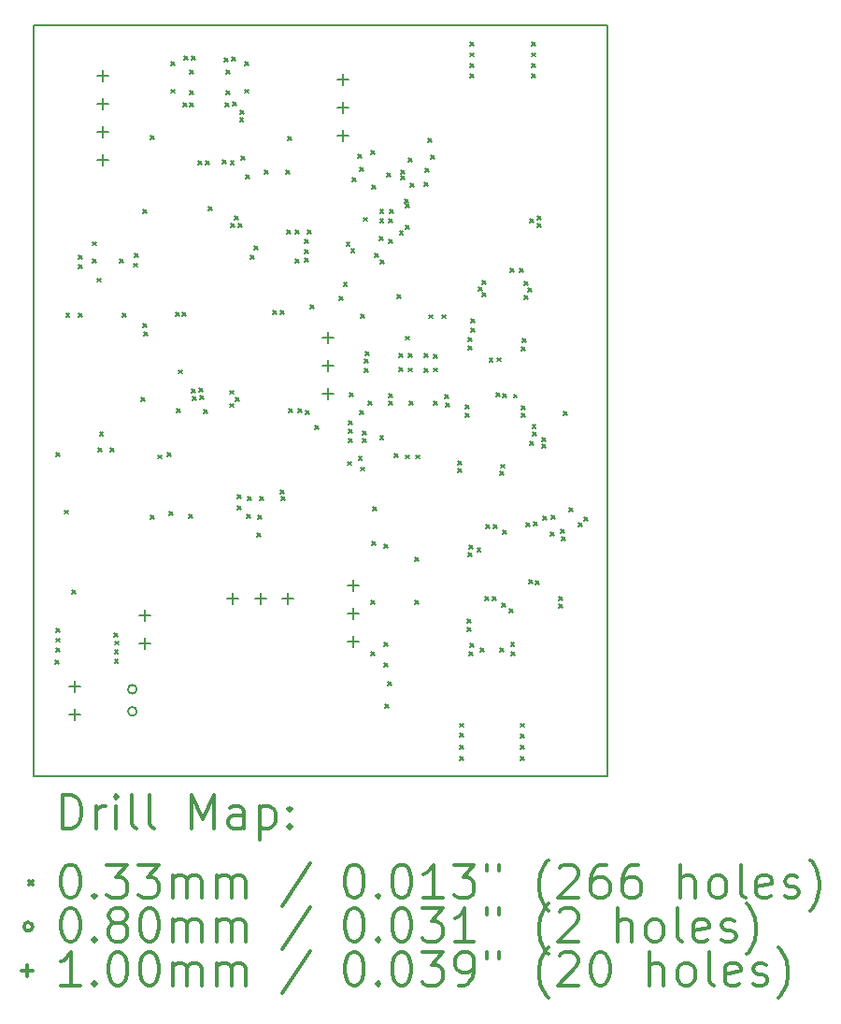
<source format=gbr>
%FSLAX45Y45*%
G04 Gerber Fmt 4.5, Leading zero omitted, Abs format (unit mm)*
G04 Created by KiCad (PCBNEW 4.0.7) date Mon Apr 16 16:01:51 2018*
%MOMM*%
%LPD*%
G01*
G04 APERTURE LIST*
%ADD10C,0.127000*%
%ADD11C,0.150000*%
%ADD12C,0.200000*%
%ADD13C,0.300000*%
G04 APERTURE END LIST*
D10*
D11*
X10000000Y-16800000D02*
X10000000Y-10000000D01*
X15200000Y-16800000D02*
X10000000Y-16800000D01*
X15200000Y-10000000D02*
X15200000Y-16800000D01*
X10000000Y-10000000D02*
X15200000Y-10000000D01*
D12*
X10198490Y-15748490D02*
X10231510Y-15781510D01*
X10231510Y-15748490D02*
X10198490Y-15781510D01*
X10203490Y-15463490D02*
X10236510Y-15496510D01*
X10236510Y-15463490D02*
X10203490Y-15496510D01*
X10203490Y-15553490D02*
X10236510Y-15586510D01*
X10236510Y-15553490D02*
X10203490Y-15586510D01*
X10203490Y-15643490D02*
X10236510Y-15676510D01*
X10236510Y-15643490D02*
X10203490Y-15676510D01*
X10207541Y-13873490D02*
X10240561Y-13906510D01*
X10240561Y-13873490D02*
X10207541Y-13906510D01*
X10278490Y-14393490D02*
X10311510Y-14426510D01*
X10311510Y-14393490D02*
X10278490Y-14426510D01*
X10293490Y-12608490D02*
X10326510Y-12641510D01*
X10326510Y-12608490D02*
X10293490Y-12641510D01*
X10348490Y-15113490D02*
X10381510Y-15146510D01*
X10381510Y-15113490D02*
X10348490Y-15146510D01*
X10408490Y-12083490D02*
X10441510Y-12116510D01*
X10441510Y-12083490D02*
X10408490Y-12116510D01*
X10408490Y-12173490D02*
X10441510Y-12206510D01*
X10441510Y-12173490D02*
X10408490Y-12206510D01*
X10408490Y-12608490D02*
X10441510Y-12641510D01*
X10441510Y-12608490D02*
X10408490Y-12641510D01*
X10533490Y-11963490D02*
X10566510Y-11996510D01*
X10566510Y-11963490D02*
X10533490Y-11996510D01*
X10533490Y-12123490D02*
X10566510Y-12156510D01*
X10566510Y-12123490D02*
X10533490Y-12156510D01*
X10573490Y-12293490D02*
X10606510Y-12326510D01*
X10606510Y-12293490D02*
X10573490Y-12326510D01*
X10584180Y-13832840D02*
X10617200Y-13865860D01*
X10617200Y-13832840D02*
X10584180Y-13865860D01*
X10598150Y-13689330D02*
X10631170Y-13722350D01*
X10631170Y-13689330D02*
X10598150Y-13722350D01*
X10695274Y-13831706D02*
X10728294Y-13864726D01*
X10728294Y-13831706D02*
X10695274Y-13864726D01*
X10728490Y-15508490D02*
X10761510Y-15541510D01*
X10761510Y-15508490D02*
X10728490Y-15541510D01*
X10733490Y-15658490D02*
X10766510Y-15691510D01*
X10766510Y-15658490D02*
X10733490Y-15691510D01*
X10733490Y-15743490D02*
X10766510Y-15776510D01*
X10766510Y-15743490D02*
X10733490Y-15776510D01*
X10738490Y-15578490D02*
X10771510Y-15611510D01*
X10771510Y-15578490D02*
X10738490Y-15611510D01*
X10783490Y-12123490D02*
X10816510Y-12156510D01*
X10816510Y-12123490D02*
X10783490Y-12156510D01*
X10804490Y-12608490D02*
X10837510Y-12641510D01*
X10837510Y-12608490D02*
X10804490Y-12641510D01*
X10908490Y-12158490D02*
X10941510Y-12191510D01*
X10941510Y-12158490D02*
X10908490Y-12191510D01*
X10913490Y-12068490D02*
X10946510Y-12101510D01*
X10946510Y-12068490D02*
X10913490Y-12101510D01*
X10972799Y-13373490D02*
X11005819Y-13406510D01*
X11005819Y-13373490D02*
X10972799Y-13406510D01*
X10993490Y-11668490D02*
X11026510Y-11701510D01*
X11026510Y-11668490D02*
X10993490Y-11701510D01*
X10993490Y-12703490D02*
X11026510Y-12736510D01*
X11026510Y-12703490D02*
X10993490Y-12736510D01*
X11003490Y-12783490D02*
X11036510Y-12816510D01*
X11036510Y-12783490D02*
X11003490Y-12816510D01*
X11058490Y-11003490D02*
X11091510Y-11036510D01*
X11091510Y-11003490D02*
X11058490Y-11036510D01*
X11058490Y-14443490D02*
X11091510Y-14476510D01*
X11091510Y-14443490D02*
X11058490Y-14476510D01*
X11127172Y-13893820D02*
X11160192Y-13926840D01*
X11160192Y-13893820D02*
X11127172Y-13926840D01*
X11208490Y-13873490D02*
X11241510Y-13906510D01*
X11241510Y-13873490D02*
X11208490Y-13906510D01*
X11229909Y-14402954D02*
X11262929Y-14435974D01*
X11262929Y-14402954D02*
X11229909Y-14435974D01*
X11248490Y-10333490D02*
X11281510Y-10366510D01*
X11281510Y-10333490D02*
X11248490Y-10366510D01*
X11248490Y-10583490D02*
X11281510Y-10616510D01*
X11281510Y-10583490D02*
X11248490Y-10616510D01*
X11288490Y-12603490D02*
X11321510Y-12636510D01*
X11321510Y-12603490D02*
X11288490Y-12636510D01*
X11293490Y-13473490D02*
X11326510Y-13506510D01*
X11326510Y-13473490D02*
X11293490Y-13506510D01*
X11313490Y-13123490D02*
X11346510Y-13156510D01*
X11346510Y-13123490D02*
X11313490Y-13156510D01*
X11348490Y-12603490D02*
X11381510Y-12636510D01*
X11381510Y-12603490D02*
X11348490Y-12636510D01*
X11353490Y-10703490D02*
X11386510Y-10736510D01*
X11386510Y-10703490D02*
X11353490Y-10736510D01*
X11363490Y-10283490D02*
X11396510Y-10316510D01*
X11396510Y-10283490D02*
X11363490Y-10316510D01*
X11403490Y-14433490D02*
X11436510Y-14466510D01*
X11436510Y-14433490D02*
X11403490Y-14466510D01*
X11418490Y-10408490D02*
X11451510Y-10441510D01*
X11451510Y-10408490D02*
X11418490Y-10441510D01*
X11418490Y-10598490D02*
X11451510Y-10631510D01*
X11451510Y-10598490D02*
X11418490Y-10631510D01*
X11418490Y-10703490D02*
X11451510Y-10736510D01*
X11451510Y-10703490D02*
X11418490Y-10736510D01*
X11429082Y-10285626D02*
X11462102Y-10318646D01*
X11462102Y-10285626D02*
X11429082Y-10318646D01*
X11433490Y-13293490D02*
X11466510Y-13326510D01*
X11466510Y-13293490D02*
X11433490Y-13326510D01*
X11438490Y-13363490D02*
X11471510Y-13396510D01*
X11471510Y-13363490D02*
X11438490Y-13396510D01*
X11488490Y-11233490D02*
X11521510Y-11266510D01*
X11521510Y-11233490D02*
X11488490Y-11266510D01*
X11503490Y-13288490D02*
X11536510Y-13321510D01*
X11536510Y-13288490D02*
X11503490Y-13321510D01*
X11508490Y-13358490D02*
X11541510Y-13391510D01*
X11541510Y-13358490D02*
X11508490Y-13391510D01*
X11543490Y-13483490D02*
X11576510Y-13516510D01*
X11576510Y-13483490D02*
X11543490Y-13516510D01*
X11558490Y-11228490D02*
X11591510Y-11261510D01*
X11591510Y-11228490D02*
X11558490Y-11261510D01*
X11583490Y-11648490D02*
X11616510Y-11681510D01*
X11616510Y-11648490D02*
X11583490Y-11681510D01*
X11708490Y-11223490D02*
X11741510Y-11256510D01*
X11741510Y-11223490D02*
X11708490Y-11256510D01*
X11729262Y-10297956D02*
X11762282Y-10330976D01*
X11762282Y-10297956D02*
X11729262Y-10330976D01*
X11740281Y-10703715D02*
X11773301Y-10736735D01*
X11773301Y-10703715D02*
X11740281Y-10736735D01*
X11743490Y-10408490D02*
X11776510Y-10441510D01*
X11776510Y-10408490D02*
X11743490Y-10441510D01*
X11743490Y-10598490D02*
X11776510Y-10631510D01*
X11776510Y-10598490D02*
X11743490Y-10631510D01*
X11778490Y-13309690D02*
X11811510Y-13342710D01*
X11811510Y-13309690D02*
X11778490Y-13342710D01*
X11778490Y-13428490D02*
X11811510Y-13461510D01*
X11811510Y-13428490D02*
X11778490Y-13461510D01*
X11783490Y-11228490D02*
X11816510Y-11261510D01*
X11816510Y-11228490D02*
X11783490Y-11261510D01*
X11788490Y-11798490D02*
X11821510Y-11831510D01*
X11821510Y-11798490D02*
X11788490Y-11831510D01*
X11798490Y-10293490D02*
X11831510Y-10326510D01*
X11831510Y-10293490D02*
X11798490Y-10326510D01*
X11803490Y-10693960D02*
X11836510Y-10726980D01*
X11836510Y-10693960D02*
X11803490Y-10726980D01*
X11818490Y-11728490D02*
X11851510Y-11761510D01*
X11851510Y-11728490D02*
X11818490Y-11761510D01*
X11828490Y-13373490D02*
X11861510Y-13406510D01*
X11861510Y-13373490D02*
X11828490Y-13406510D01*
X11848490Y-14253490D02*
X11881510Y-14286510D01*
X11881510Y-14253490D02*
X11848490Y-14286510D01*
X11848490Y-14358490D02*
X11881510Y-14391510D01*
X11881510Y-14358490D02*
X11848490Y-14391510D01*
X11858490Y-11798490D02*
X11891510Y-11831510D01*
X11891510Y-11798490D02*
X11858490Y-11831510D01*
X11868490Y-10838490D02*
X11901510Y-10871510D01*
X11901510Y-10838490D02*
X11868490Y-10871510D01*
X11873162Y-10776244D02*
X11906182Y-10809264D01*
X11906182Y-10776244D02*
X11873162Y-10809264D01*
X11883490Y-11188490D02*
X11916510Y-11221510D01*
X11916510Y-11188490D02*
X11883490Y-11221510D01*
X11913490Y-10333490D02*
X11946510Y-10366510D01*
X11946510Y-10333490D02*
X11913490Y-10366510D01*
X11913490Y-10583490D02*
X11946510Y-10616510D01*
X11946510Y-10583490D02*
X11913490Y-10616510D01*
X11923490Y-11358490D02*
X11956510Y-11391510D01*
X11956510Y-11358490D02*
X11923490Y-11391510D01*
X11928490Y-14433490D02*
X11961510Y-14466510D01*
X11961510Y-14433490D02*
X11928490Y-14466510D01*
X11943490Y-14268490D02*
X11976510Y-14301510D01*
X11976510Y-14268490D02*
X11943490Y-14301510D01*
X11968490Y-12083490D02*
X12001510Y-12116510D01*
X12001510Y-12083490D02*
X11968490Y-12116510D01*
X11998490Y-12003490D02*
X12031510Y-12036510D01*
X12031510Y-12003490D02*
X11998490Y-12036510D01*
X12028490Y-14603490D02*
X12061510Y-14636510D01*
X12061510Y-14603490D02*
X12028490Y-14636510D01*
X12033490Y-14443490D02*
X12066510Y-14476510D01*
X12066510Y-14443490D02*
X12033490Y-14476510D01*
X12053490Y-14268490D02*
X12086510Y-14301510D01*
X12086510Y-14268490D02*
X12053490Y-14301510D01*
X12093490Y-11313490D02*
X12126510Y-11346510D01*
X12126510Y-11313490D02*
X12093490Y-11346510D01*
X12168490Y-12583490D02*
X12201510Y-12616510D01*
X12201510Y-12583490D02*
X12168490Y-12616510D01*
X12233490Y-14208490D02*
X12266510Y-14241510D01*
X12266510Y-14208490D02*
X12233490Y-14241510D01*
X12238490Y-12585520D02*
X12271510Y-12618540D01*
X12271510Y-12585520D02*
X12238490Y-12618540D01*
X12243490Y-14268490D02*
X12276510Y-14301510D01*
X12276510Y-14268490D02*
X12243490Y-14301510D01*
X12288490Y-11313490D02*
X12321510Y-11346510D01*
X12321510Y-11313490D02*
X12288490Y-11346510D01*
X12298490Y-11858490D02*
X12331510Y-11891510D01*
X12331510Y-11858490D02*
X12298490Y-11891510D01*
X12303490Y-11008490D02*
X12336510Y-11041510D01*
X12336510Y-11008490D02*
X12303490Y-11041510D01*
X12313490Y-13473490D02*
X12346510Y-13506510D01*
X12346510Y-13473490D02*
X12313490Y-13506510D01*
X12368490Y-11858490D02*
X12401510Y-11891510D01*
X12401510Y-11858490D02*
X12368490Y-11891510D01*
X12368490Y-12123490D02*
X12401510Y-12156510D01*
X12401510Y-12123490D02*
X12368490Y-12156510D01*
X12393490Y-13478490D02*
X12426510Y-13511510D01*
X12426510Y-13478490D02*
X12393490Y-13511510D01*
X12453490Y-11938490D02*
X12486510Y-11971510D01*
X12486510Y-11938490D02*
X12453490Y-11971510D01*
X12453490Y-12038490D02*
X12486510Y-12071510D01*
X12486510Y-12038490D02*
X12453490Y-12071510D01*
X12455088Y-12110077D02*
X12488108Y-12143097D01*
X12488108Y-12110077D02*
X12455088Y-12143097D01*
X12468490Y-13488490D02*
X12501510Y-13521510D01*
X12501510Y-13488490D02*
X12468490Y-13521510D01*
X12478490Y-11858490D02*
X12511510Y-11891510D01*
X12511510Y-11858490D02*
X12478490Y-11891510D01*
X12508490Y-12538490D02*
X12541510Y-12571510D01*
X12541510Y-12538490D02*
X12508490Y-12571510D01*
X12548020Y-13623490D02*
X12581040Y-13656510D01*
X12581040Y-13623490D02*
X12548020Y-13656510D01*
X12768490Y-12458490D02*
X12801510Y-12491510D01*
X12801510Y-12458490D02*
X12768490Y-12491510D01*
X12807950Y-12329160D02*
X12840970Y-12362180D01*
X12840970Y-12329160D02*
X12807950Y-12362180D01*
X12833350Y-11969750D02*
X12866370Y-12002770D01*
X12866370Y-11969750D02*
X12833350Y-12002770D01*
X12843490Y-13953490D02*
X12876510Y-13986510D01*
X12876510Y-13953490D02*
X12843490Y-13986510D01*
X12853490Y-13663490D02*
X12886510Y-13696510D01*
X12886510Y-13663490D02*
X12853490Y-13696510D01*
X12853490Y-13743490D02*
X12886510Y-13776510D01*
X12886510Y-13743490D02*
X12853490Y-13776510D01*
X12857954Y-13587954D02*
X12890974Y-13620974D01*
X12890974Y-13587954D02*
X12857954Y-13620974D01*
X12861537Y-13329183D02*
X12894557Y-13362203D01*
X12894557Y-13329183D02*
X12861537Y-13362203D01*
X12875260Y-12026900D02*
X12908280Y-12059920D01*
X12908280Y-12026900D02*
X12875260Y-12059920D01*
X12888490Y-11383490D02*
X12921510Y-11416510D01*
X12921510Y-11383490D02*
X12888490Y-11416510D01*
X12938490Y-11168490D02*
X12971510Y-11201510D01*
X12971510Y-11168490D02*
X12938490Y-11201510D01*
X12943490Y-13903490D02*
X12976510Y-13936510D01*
X12976510Y-13903490D02*
X12943490Y-13936510D01*
X12953490Y-11293490D02*
X12986510Y-11326510D01*
X12986510Y-11293490D02*
X12953490Y-11326510D01*
X12955454Y-13490454D02*
X12988474Y-13523474D01*
X12988474Y-13490454D02*
X12955454Y-13523474D01*
X12963490Y-12618490D02*
X12996510Y-12651510D01*
X12996510Y-12618490D02*
X12963490Y-12651510D01*
X12963490Y-14003490D02*
X12996510Y-14036510D01*
X12996510Y-14003490D02*
X12963490Y-14036510D01*
X12983490Y-13678490D02*
X13016510Y-13711510D01*
X13016510Y-13678490D02*
X12983490Y-13711510D01*
X12983490Y-13748490D02*
X13016510Y-13781510D01*
X13016510Y-13748490D02*
X12983490Y-13781510D01*
X12990210Y-11743690D02*
X13023230Y-11776710D01*
X13023230Y-11743690D02*
X12990210Y-11776710D01*
X12998490Y-13028490D02*
X13031510Y-13061510D01*
X13031510Y-13028490D02*
X12998490Y-13061510D01*
X12998490Y-13113490D02*
X13031510Y-13146510D01*
X13031510Y-13113490D02*
X12998490Y-13146510D01*
X13008490Y-12958490D02*
X13041510Y-12991510D01*
X13041510Y-12958490D02*
X13008490Y-12991510D01*
X13028490Y-13408490D02*
X13061510Y-13441510D01*
X13061510Y-13408490D02*
X13028490Y-13441510D01*
X13058490Y-15208490D02*
X13091510Y-15241510D01*
X13091510Y-15208490D02*
X13058490Y-15241510D01*
X13058490Y-15678490D02*
X13091510Y-15711510D01*
X13091510Y-15678490D02*
X13058490Y-15711510D01*
X13060096Y-11138702D02*
X13093116Y-11171722D01*
X13093116Y-11138702D02*
X13060096Y-11171722D01*
X13062470Y-11449129D02*
X13095490Y-11482149D01*
X13095490Y-11449129D02*
X13062470Y-11482149D01*
X13063490Y-14673490D02*
X13096510Y-14706510D01*
X13096510Y-14673490D02*
X13063490Y-14706510D01*
X13073490Y-14363490D02*
X13106510Y-14396510D01*
X13106510Y-14363490D02*
X13073490Y-14396510D01*
X13093700Y-12071350D02*
X13126720Y-12104370D01*
X13126720Y-12071350D02*
X13093700Y-12104370D01*
X13133490Y-11918490D02*
X13166510Y-11951510D01*
X13166510Y-11918490D02*
X13133490Y-11951510D01*
X13138490Y-11673490D02*
X13171510Y-11706510D01*
X13171510Y-11673490D02*
X13138490Y-11706510D01*
X13138490Y-11758490D02*
X13171510Y-11791510D01*
X13171510Y-11758490D02*
X13138490Y-11791510D01*
X13138490Y-13723490D02*
X13171510Y-13756510D01*
X13171510Y-13723490D02*
X13138490Y-13756510D01*
X13145770Y-12125960D02*
X13178790Y-12158980D01*
X13178790Y-12125960D02*
X13145770Y-12158980D01*
X13177490Y-15588490D02*
X13210510Y-15621510D01*
X13210510Y-15588490D02*
X13177490Y-15621510D01*
X13177490Y-15778490D02*
X13210510Y-15811510D01*
X13210510Y-15778490D02*
X13177490Y-15811510D01*
X13178490Y-14703490D02*
X13211510Y-14736510D01*
X13211510Y-14703490D02*
X13178490Y-14736510D01*
X13183490Y-16153490D02*
X13216510Y-16186510D01*
X13216510Y-16153490D02*
X13183490Y-16186510D01*
X13203490Y-11343490D02*
X13236510Y-11376510D01*
X13236510Y-11343490D02*
X13203490Y-11376510D01*
X13213490Y-15943490D02*
X13246510Y-15976510D01*
X13246510Y-15943490D02*
X13213490Y-15976510D01*
X13217228Y-11938751D02*
X13250248Y-11971771D01*
X13250248Y-11938751D02*
X13217228Y-11971771D01*
X13218490Y-11758490D02*
X13251510Y-11791510D01*
X13251510Y-11758490D02*
X13218490Y-11791510D01*
X13218490Y-13338490D02*
X13251510Y-13371510D01*
X13251510Y-13338490D02*
X13218490Y-13371510D01*
X13218490Y-13408490D02*
X13251510Y-13441510D01*
X13251510Y-13408490D02*
X13218490Y-13441510D01*
X13223490Y-11673490D02*
X13256510Y-11706510D01*
X13256510Y-11673490D02*
X13223490Y-11706510D01*
X13268490Y-13883490D02*
X13301510Y-13916510D01*
X13301510Y-13883490D02*
X13268490Y-13916510D01*
X13298490Y-12443490D02*
X13331510Y-12476510D01*
X13331510Y-12443490D02*
X13298490Y-12476510D01*
X13309600Y-13103860D02*
X13342620Y-13136880D01*
X13342620Y-13103860D02*
X13309600Y-13136880D01*
X13314680Y-12978130D02*
X13347700Y-13011150D01*
X13347700Y-12978130D02*
X13314680Y-13011150D01*
X13315769Y-11863720D02*
X13348789Y-11896740D01*
X13348789Y-11863720D02*
X13315769Y-11896740D01*
X13328490Y-11318490D02*
X13361510Y-11351510D01*
X13361510Y-11318490D02*
X13328490Y-11351510D01*
X13328490Y-11368490D02*
X13361510Y-11401510D01*
X13361510Y-11368490D02*
X13328490Y-11401510D01*
X13364484Y-11579484D02*
X13397504Y-11612504D01*
X13397504Y-11579484D02*
X13364484Y-11612504D01*
X13368490Y-11813490D02*
X13401510Y-11846510D01*
X13401510Y-11813490D02*
X13368490Y-11846510D01*
X13368490Y-13893490D02*
X13401510Y-13926510D01*
X13401510Y-13893490D02*
X13368490Y-13926510D01*
X13373490Y-11623490D02*
X13406510Y-11656510D01*
X13406510Y-11623490D02*
X13373490Y-11656510D01*
X13373490Y-12818490D02*
X13406510Y-12851510D01*
X13406510Y-12818490D02*
X13373490Y-12851510D01*
X13393420Y-12978130D02*
X13426440Y-13011150D01*
X13426440Y-12978130D02*
X13393420Y-13011150D01*
X13393420Y-13106400D02*
X13426440Y-13139420D01*
X13426440Y-13106400D02*
X13393420Y-13139420D01*
X13395102Y-11206878D02*
X13428122Y-11239898D01*
X13428122Y-11206878D02*
X13395102Y-11239898D01*
X13403490Y-13408490D02*
X13436510Y-13441510D01*
X13436510Y-13408490D02*
X13403490Y-13441510D01*
X13411315Y-11435665D02*
X13444335Y-11468685D01*
X13444335Y-11435665D02*
X13411315Y-11468685D01*
X13458490Y-14818490D02*
X13491510Y-14851510D01*
X13491510Y-14818490D02*
X13458490Y-14851510D01*
X13458490Y-15208490D02*
X13491510Y-15241510D01*
X13491510Y-15208490D02*
X13458490Y-15241510D01*
X13463490Y-13893490D02*
X13496510Y-13926510D01*
X13496510Y-13893490D02*
X13463490Y-13926510D01*
X13538490Y-11428490D02*
X13571510Y-11461510D01*
X13571510Y-11428490D02*
X13538490Y-11461510D01*
X13540740Y-12978130D02*
X13573760Y-13011150D01*
X13573760Y-12978130D02*
X13540740Y-13011150D01*
X13540740Y-13108940D02*
X13573760Y-13141960D01*
X13573760Y-13108940D02*
X13540740Y-13141960D01*
X13545665Y-11301315D02*
X13578685Y-11334335D01*
X13578685Y-11301315D02*
X13545665Y-11334335D01*
X13571878Y-11030102D02*
X13604898Y-11063122D01*
X13604898Y-11030102D02*
X13571878Y-11063122D01*
X13583490Y-12623490D02*
X13616510Y-12656510D01*
X13616510Y-12623490D02*
X13583490Y-12656510D01*
X13598490Y-11178490D02*
X13631510Y-11211510D01*
X13631510Y-11178490D02*
X13598490Y-11211510D01*
X13623490Y-13408490D02*
X13656510Y-13441510D01*
X13656510Y-13408490D02*
X13623490Y-13441510D01*
X13624560Y-12980670D02*
X13657580Y-13013690D01*
X13657580Y-12980670D02*
X13624560Y-13013690D01*
X13624560Y-13106400D02*
X13657580Y-13139420D01*
X13657580Y-13106400D02*
X13624560Y-13139420D01*
X13703490Y-12623490D02*
X13736510Y-12656510D01*
X13736510Y-12623490D02*
X13703490Y-12656510D01*
X13728490Y-13348490D02*
X13761510Y-13381510D01*
X13761510Y-13348490D02*
X13728490Y-13381510D01*
X13733490Y-13423490D02*
X13766510Y-13456510D01*
X13766510Y-13423490D02*
X13733490Y-13456510D01*
X13848490Y-13948490D02*
X13881510Y-13981510D01*
X13881510Y-13948490D02*
X13848490Y-13981510D01*
X13848490Y-14013490D02*
X13881510Y-14046510D01*
X13881510Y-14013490D02*
X13848490Y-14046510D01*
X13861490Y-16413490D02*
X13894510Y-16446510D01*
X13894510Y-16413490D02*
X13861490Y-16446510D01*
X13863490Y-16323490D02*
X13896510Y-16356510D01*
X13896510Y-16323490D02*
X13863490Y-16356510D01*
X13863490Y-16523490D02*
X13896510Y-16556510D01*
X13896510Y-16523490D02*
X13863490Y-16556510D01*
X13863490Y-16623490D02*
X13896510Y-16656510D01*
X13896510Y-16623490D02*
X13863490Y-16656510D01*
X13915762Y-13443490D02*
X13948782Y-13476510D01*
X13948782Y-13443490D02*
X13915762Y-13476510D01*
X13915762Y-13513490D02*
X13948782Y-13546510D01*
X13948782Y-13513490D02*
X13915762Y-13546510D01*
X13928490Y-15383490D02*
X13961510Y-15416510D01*
X13961510Y-15383490D02*
X13928490Y-15416510D01*
X13928490Y-15453490D02*
X13961510Y-15486510D01*
X13961510Y-15453490D02*
X13928490Y-15486510D01*
X13935762Y-12833490D02*
X13968782Y-12866510D01*
X13968782Y-12833490D02*
X13935762Y-12866510D01*
X13935762Y-12908490D02*
X13968782Y-12941510D01*
X13968782Y-12908490D02*
X13935762Y-12941510D01*
X13938490Y-14778490D02*
X13971510Y-14811510D01*
X13971510Y-14778490D02*
X13938490Y-14811510D01*
X13943490Y-14713490D02*
X13976510Y-14746510D01*
X13976510Y-14713490D02*
X13943490Y-14746510D01*
X13943490Y-15678490D02*
X13976510Y-15711510D01*
X13976510Y-15678490D02*
X13943490Y-15711510D01*
X13953490Y-10153490D02*
X13986510Y-10186510D01*
X13986510Y-10153490D02*
X13953490Y-10186510D01*
X13953490Y-10353490D02*
X13986510Y-10386510D01*
X13986510Y-10353490D02*
X13953490Y-10386510D01*
X13953490Y-10443490D02*
X13986510Y-10476510D01*
X13986510Y-10443490D02*
X13953490Y-10476510D01*
X13953490Y-15603490D02*
X13986510Y-15636510D01*
X13986510Y-15603490D02*
X13953490Y-15636510D01*
X13956490Y-10253490D02*
X13989510Y-10286510D01*
X13989510Y-10253490D02*
X13956490Y-10286510D01*
X13963490Y-12658490D02*
X13996510Y-12691510D01*
X13996510Y-12658490D02*
X13963490Y-12691510D01*
X13964423Y-12747557D02*
X13997443Y-12780577D01*
X13997443Y-12747557D02*
X13964423Y-12780577D01*
X14018490Y-14738490D02*
X14051510Y-14771510D01*
X14051510Y-14738490D02*
X14018490Y-14771510D01*
X14033490Y-12373490D02*
X14066510Y-12406510D01*
X14066510Y-12373490D02*
X14033490Y-12406510D01*
X14048490Y-15638490D02*
X14081510Y-15671510D01*
X14081510Y-15638490D02*
X14048490Y-15671510D01*
X14068490Y-12428490D02*
X14101510Y-12461510D01*
X14101510Y-12428490D02*
X14068490Y-12461510D01*
X14068960Y-12318490D02*
X14101980Y-12351510D01*
X14101980Y-12318490D02*
X14068960Y-12351510D01*
X14093490Y-15178490D02*
X14126510Y-15211510D01*
X14126510Y-15178490D02*
X14093490Y-15211510D01*
X14098490Y-14523490D02*
X14131510Y-14556510D01*
X14131510Y-14523490D02*
X14098490Y-14556510D01*
X14128490Y-13018490D02*
X14161510Y-13051510D01*
X14161510Y-13018490D02*
X14128490Y-13051510D01*
X14158490Y-15178490D02*
X14191510Y-15211510D01*
X14191510Y-15178490D02*
X14158490Y-15211510D01*
X14168490Y-14523490D02*
X14201510Y-14556510D01*
X14201510Y-14523490D02*
X14168490Y-14556510D01*
X14188490Y-13333490D02*
X14221510Y-13366510D01*
X14221510Y-13333490D02*
X14188490Y-13366510D01*
X14203490Y-13013490D02*
X14236510Y-13046510D01*
X14236510Y-13013490D02*
X14203490Y-13046510D01*
X14228490Y-14043490D02*
X14261510Y-14076510D01*
X14261510Y-14043490D02*
X14228490Y-14076510D01*
X14228490Y-15638490D02*
X14261510Y-15671510D01*
X14261510Y-15638490D02*
X14228490Y-15671510D01*
X14233490Y-13978490D02*
X14266510Y-14011510D01*
X14266510Y-13978490D02*
X14233490Y-14011510D01*
X14243490Y-15238490D02*
X14276510Y-15271510D01*
X14276510Y-15238490D02*
X14243490Y-15271510D01*
X14248490Y-14578490D02*
X14281510Y-14611510D01*
X14281510Y-14578490D02*
X14248490Y-14611510D01*
X14253490Y-13338490D02*
X14286510Y-13371510D01*
X14286510Y-13338490D02*
X14253490Y-13371510D01*
X14314170Y-15284450D02*
X14347190Y-15317470D01*
X14347190Y-15284450D02*
X14314170Y-15317470D01*
X14318490Y-12208490D02*
X14351510Y-12241510D01*
X14351510Y-12208490D02*
X14318490Y-12241510D01*
X14323490Y-15588490D02*
X14356510Y-15621510D01*
X14356510Y-15588490D02*
X14323490Y-15621510D01*
X14328490Y-15673490D02*
X14361510Y-15706510D01*
X14361510Y-15673490D02*
X14328490Y-15706510D01*
X14348490Y-13343490D02*
X14381510Y-13376510D01*
X14381510Y-13343490D02*
X14348490Y-13376510D01*
X14403490Y-12208490D02*
X14436510Y-12241510D01*
X14436510Y-12208490D02*
X14403490Y-12241510D01*
X14413490Y-16323490D02*
X14446510Y-16356510D01*
X14446510Y-16323490D02*
X14413490Y-16356510D01*
X14413490Y-16423490D02*
X14446510Y-16456510D01*
X14446510Y-16423490D02*
X14413490Y-16456510D01*
X14413490Y-16623490D02*
X14446510Y-16656510D01*
X14446510Y-16623490D02*
X14413490Y-16656510D01*
X14415490Y-16523490D02*
X14448510Y-16556510D01*
X14448510Y-16523490D02*
X14415490Y-16556510D01*
X14423490Y-12913490D02*
X14456510Y-12946510D01*
X14456510Y-12913490D02*
X14423490Y-12946510D01*
X14423490Y-13448490D02*
X14456510Y-13481510D01*
X14456510Y-13448490D02*
X14423490Y-13481510D01*
X14423490Y-13518490D02*
X14456510Y-13551510D01*
X14456510Y-13518490D02*
X14423490Y-13551510D01*
X14428490Y-12838490D02*
X14461510Y-12871510D01*
X14461510Y-12838490D02*
X14428490Y-12871510D01*
X14448020Y-12323490D02*
X14481040Y-12356510D01*
X14481040Y-12323490D02*
X14448020Y-12356510D01*
X14448490Y-12448490D02*
X14481510Y-12481510D01*
X14481510Y-12448490D02*
X14448490Y-12481510D01*
X14466570Y-14505859D02*
X14499590Y-14538879D01*
X14499590Y-14505859D02*
X14466570Y-14538879D01*
X14478490Y-12383490D02*
X14511510Y-12416510D01*
X14511510Y-12383490D02*
X14478490Y-12416510D01*
X14488490Y-15023490D02*
X14521510Y-15056510D01*
X14521510Y-15023490D02*
X14488490Y-15056510D01*
X14493490Y-11753490D02*
X14526510Y-11786510D01*
X14526510Y-11753490D02*
X14493490Y-11786510D01*
X14498490Y-13773490D02*
X14531510Y-13806510D01*
X14531510Y-13773490D02*
X14498490Y-13806510D01*
X14513490Y-10153490D02*
X14546510Y-10186510D01*
X14546510Y-10153490D02*
X14513490Y-10186510D01*
X14513490Y-10253490D02*
X14546510Y-10286510D01*
X14546510Y-10253490D02*
X14513490Y-10286510D01*
X14513490Y-10353490D02*
X14546510Y-10386510D01*
X14546510Y-10353490D02*
X14513490Y-10386510D01*
X14513490Y-10443490D02*
X14546510Y-10476510D01*
X14546510Y-10443490D02*
X14513490Y-10476510D01*
X14518490Y-13618490D02*
X14551510Y-13651510D01*
X14551510Y-13618490D02*
X14518490Y-13651510D01*
X14523490Y-13683490D02*
X14556510Y-13716510D01*
X14556510Y-13683490D02*
X14523490Y-13716510D01*
X14530070Y-14500860D02*
X14563090Y-14533880D01*
X14563090Y-14500860D02*
X14530070Y-14533880D01*
X14545310Y-15031720D02*
X14578330Y-15064740D01*
X14578330Y-15031720D02*
X14545310Y-15064740D01*
X14563490Y-11728490D02*
X14596510Y-11761510D01*
X14596510Y-11728490D02*
X14563490Y-11761510D01*
X14563490Y-11798490D02*
X14596510Y-11831510D01*
X14596510Y-11798490D02*
X14563490Y-11831510D01*
X14608490Y-13733490D02*
X14641510Y-13766510D01*
X14641510Y-13733490D02*
X14608490Y-13766510D01*
X14608490Y-13798490D02*
X14641510Y-13831510D01*
X14641510Y-13798490D02*
X14608490Y-13831510D01*
X14615028Y-14451121D02*
X14648048Y-14484141D01*
X14648048Y-14451121D02*
X14615028Y-14484141D01*
X14683490Y-14593490D02*
X14716510Y-14626510D01*
X14716510Y-14593490D02*
X14683490Y-14626510D01*
X14693490Y-14443490D02*
X14726510Y-14476510D01*
X14726510Y-14443490D02*
X14693490Y-14476510D01*
X14758490Y-15173490D02*
X14791510Y-15206510D01*
X14791510Y-15173490D02*
X14758490Y-15206510D01*
X14758490Y-15243490D02*
X14791510Y-15276510D01*
X14791510Y-15243490D02*
X14758490Y-15276510D01*
X14778490Y-14568490D02*
X14811510Y-14601510D01*
X14811510Y-14568490D02*
X14778490Y-14601510D01*
X14783490Y-14633490D02*
X14816510Y-14666510D01*
X14816510Y-14633490D02*
X14783490Y-14666510D01*
X14798490Y-13498490D02*
X14831510Y-13531510D01*
X14831510Y-13498490D02*
X14798490Y-13531510D01*
X14849911Y-14369911D02*
X14882931Y-14402931D01*
X14882931Y-14369911D02*
X14849911Y-14402931D01*
X14938490Y-14508490D02*
X14971510Y-14541510D01*
X14971510Y-14508490D02*
X14938490Y-14541510D01*
X14988490Y-14458490D02*
X15021510Y-14491510D01*
X15021510Y-14458490D02*
X14988490Y-14491510D01*
X10935000Y-16015000D02*
G75*
G03X10935000Y-16015000I-40000J0D01*
G01*
X10935000Y-16215000D02*
G75*
G03X10935000Y-16215000I-40000J0D01*
G01*
X10370000Y-15936000D02*
X10370000Y-16036000D01*
X10320000Y-15986000D02*
X10420000Y-15986000D01*
X10370000Y-16190000D02*
X10370000Y-16290000D01*
X10320000Y-16240000D02*
X10420000Y-16240000D01*
X10625000Y-10408000D02*
X10625000Y-10508000D01*
X10575000Y-10458000D02*
X10675000Y-10458000D01*
X10625000Y-10662000D02*
X10625000Y-10762000D01*
X10575000Y-10712000D02*
X10675000Y-10712000D01*
X10625000Y-10916000D02*
X10625000Y-11016000D01*
X10575000Y-10966000D02*
X10675000Y-10966000D01*
X10625000Y-11170000D02*
X10625000Y-11270000D01*
X10575000Y-11220000D02*
X10675000Y-11220000D01*
X11005000Y-15296000D02*
X11005000Y-15396000D01*
X10955000Y-15346000D02*
X11055000Y-15346000D01*
X11005000Y-15550000D02*
X11005000Y-15650000D01*
X10955000Y-15600000D02*
X11055000Y-15600000D01*
X11805000Y-15140000D02*
X11805000Y-15240000D01*
X11755000Y-15190000D02*
X11855000Y-15190000D01*
X12055000Y-15140000D02*
X12055000Y-15240000D01*
X12005000Y-15190000D02*
X12105000Y-15190000D01*
X12305000Y-15140000D02*
X12305000Y-15240000D01*
X12255000Y-15190000D02*
X12355000Y-15190000D01*
X12664440Y-12783350D02*
X12664440Y-12883350D01*
X12614440Y-12833350D02*
X12714440Y-12833350D01*
X12664440Y-13037350D02*
X12664440Y-13137350D01*
X12614440Y-13087350D02*
X12714440Y-13087350D01*
X12664440Y-13291350D02*
X12664440Y-13391350D01*
X12614440Y-13341350D02*
X12714440Y-13341350D01*
X12805000Y-10446000D02*
X12805000Y-10546000D01*
X12755000Y-10496000D02*
X12855000Y-10496000D01*
X12805000Y-10700000D02*
X12805000Y-10800000D01*
X12755000Y-10750000D02*
X12855000Y-10750000D01*
X12805000Y-10954000D02*
X12805000Y-11054000D01*
X12755000Y-11004000D02*
X12855000Y-11004000D01*
X12899390Y-15021090D02*
X12899390Y-15121090D01*
X12849390Y-15071090D02*
X12949390Y-15071090D01*
X12899390Y-15275090D02*
X12899390Y-15375090D01*
X12849390Y-15325090D02*
X12949390Y-15325090D01*
X12899390Y-15529090D02*
X12899390Y-15629090D01*
X12849390Y-15579090D02*
X12949390Y-15579090D01*
D13*
X10263929Y-17273214D02*
X10263929Y-16973214D01*
X10335357Y-16973214D01*
X10378214Y-16987500D01*
X10406786Y-17016072D01*
X10421071Y-17044643D01*
X10435357Y-17101786D01*
X10435357Y-17144643D01*
X10421071Y-17201786D01*
X10406786Y-17230357D01*
X10378214Y-17258929D01*
X10335357Y-17273214D01*
X10263929Y-17273214D01*
X10563929Y-17273214D02*
X10563929Y-17073214D01*
X10563929Y-17130357D02*
X10578214Y-17101786D01*
X10592500Y-17087500D01*
X10621071Y-17073214D01*
X10649643Y-17073214D01*
X10749643Y-17273214D02*
X10749643Y-17073214D01*
X10749643Y-16973214D02*
X10735357Y-16987500D01*
X10749643Y-17001786D01*
X10763929Y-16987500D01*
X10749643Y-16973214D01*
X10749643Y-17001786D01*
X10935357Y-17273214D02*
X10906786Y-17258929D01*
X10892500Y-17230357D01*
X10892500Y-16973214D01*
X11092500Y-17273214D02*
X11063929Y-17258929D01*
X11049643Y-17230357D01*
X11049643Y-16973214D01*
X11435357Y-17273214D02*
X11435357Y-16973214D01*
X11535357Y-17187500D01*
X11635357Y-16973214D01*
X11635357Y-17273214D01*
X11906786Y-17273214D02*
X11906786Y-17116072D01*
X11892500Y-17087500D01*
X11863928Y-17073214D01*
X11806786Y-17073214D01*
X11778214Y-17087500D01*
X11906786Y-17258929D02*
X11878214Y-17273214D01*
X11806786Y-17273214D01*
X11778214Y-17258929D01*
X11763928Y-17230357D01*
X11763928Y-17201786D01*
X11778214Y-17173214D01*
X11806786Y-17158929D01*
X11878214Y-17158929D01*
X11906786Y-17144643D01*
X12049643Y-17073214D02*
X12049643Y-17373214D01*
X12049643Y-17087500D02*
X12078214Y-17073214D01*
X12135357Y-17073214D01*
X12163928Y-17087500D01*
X12178214Y-17101786D01*
X12192500Y-17130357D01*
X12192500Y-17216072D01*
X12178214Y-17244643D01*
X12163928Y-17258929D01*
X12135357Y-17273214D01*
X12078214Y-17273214D01*
X12049643Y-17258929D01*
X12321071Y-17244643D02*
X12335357Y-17258929D01*
X12321071Y-17273214D01*
X12306786Y-17258929D01*
X12321071Y-17244643D01*
X12321071Y-17273214D01*
X12321071Y-17087500D02*
X12335357Y-17101786D01*
X12321071Y-17116072D01*
X12306786Y-17101786D01*
X12321071Y-17087500D01*
X12321071Y-17116072D01*
X9959480Y-17750990D02*
X9992500Y-17784010D01*
X9992500Y-17750990D02*
X9959480Y-17784010D01*
X10321071Y-17603214D02*
X10349643Y-17603214D01*
X10378214Y-17617500D01*
X10392500Y-17631786D01*
X10406786Y-17660357D01*
X10421071Y-17717500D01*
X10421071Y-17788929D01*
X10406786Y-17846072D01*
X10392500Y-17874643D01*
X10378214Y-17888929D01*
X10349643Y-17903214D01*
X10321071Y-17903214D01*
X10292500Y-17888929D01*
X10278214Y-17874643D01*
X10263929Y-17846072D01*
X10249643Y-17788929D01*
X10249643Y-17717500D01*
X10263929Y-17660357D01*
X10278214Y-17631786D01*
X10292500Y-17617500D01*
X10321071Y-17603214D01*
X10549643Y-17874643D02*
X10563929Y-17888929D01*
X10549643Y-17903214D01*
X10535357Y-17888929D01*
X10549643Y-17874643D01*
X10549643Y-17903214D01*
X10663928Y-17603214D02*
X10849643Y-17603214D01*
X10749643Y-17717500D01*
X10792500Y-17717500D01*
X10821071Y-17731786D01*
X10835357Y-17746072D01*
X10849643Y-17774643D01*
X10849643Y-17846072D01*
X10835357Y-17874643D01*
X10821071Y-17888929D01*
X10792500Y-17903214D01*
X10706786Y-17903214D01*
X10678214Y-17888929D01*
X10663928Y-17874643D01*
X10949643Y-17603214D02*
X11135357Y-17603214D01*
X11035357Y-17717500D01*
X11078214Y-17717500D01*
X11106786Y-17731786D01*
X11121071Y-17746072D01*
X11135357Y-17774643D01*
X11135357Y-17846072D01*
X11121071Y-17874643D01*
X11106786Y-17888929D01*
X11078214Y-17903214D01*
X10992500Y-17903214D01*
X10963929Y-17888929D01*
X10949643Y-17874643D01*
X11263928Y-17903214D02*
X11263928Y-17703214D01*
X11263928Y-17731786D02*
X11278214Y-17717500D01*
X11306786Y-17703214D01*
X11349643Y-17703214D01*
X11378214Y-17717500D01*
X11392500Y-17746072D01*
X11392500Y-17903214D01*
X11392500Y-17746072D02*
X11406786Y-17717500D01*
X11435357Y-17703214D01*
X11478214Y-17703214D01*
X11506786Y-17717500D01*
X11521071Y-17746072D01*
X11521071Y-17903214D01*
X11663928Y-17903214D02*
X11663928Y-17703214D01*
X11663928Y-17731786D02*
X11678214Y-17717500D01*
X11706786Y-17703214D01*
X11749643Y-17703214D01*
X11778214Y-17717500D01*
X11792500Y-17746072D01*
X11792500Y-17903214D01*
X11792500Y-17746072D02*
X11806786Y-17717500D01*
X11835357Y-17703214D01*
X11878214Y-17703214D01*
X11906786Y-17717500D01*
X11921071Y-17746072D01*
X11921071Y-17903214D01*
X12506786Y-17588929D02*
X12249643Y-17974643D01*
X12892500Y-17603214D02*
X12921071Y-17603214D01*
X12949643Y-17617500D01*
X12963928Y-17631786D01*
X12978214Y-17660357D01*
X12992500Y-17717500D01*
X12992500Y-17788929D01*
X12978214Y-17846072D01*
X12963928Y-17874643D01*
X12949643Y-17888929D01*
X12921071Y-17903214D01*
X12892500Y-17903214D01*
X12863928Y-17888929D01*
X12849643Y-17874643D01*
X12835357Y-17846072D01*
X12821071Y-17788929D01*
X12821071Y-17717500D01*
X12835357Y-17660357D01*
X12849643Y-17631786D01*
X12863928Y-17617500D01*
X12892500Y-17603214D01*
X13121071Y-17874643D02*
X13135357Y-17888929D01*
X13121071Y-17903214D01*
X13106786Y-17888929D01*
X13121071Y-17874643D01*
X13121071Y-17903214D01*
X13321071Y-17603214D02*
X13349643Y-17603214D01*
X13378214Y-17617500D01*
X13392500Y-17631786D01*
X13406785Y-17660357D01*
X13421071Y-17717500D01*
X13421071Y-17788929D01*
X13406785Y-17846072D01*
X13392500Y-17874643D01*
X13378214Y-17888929D01*
X13349643Y-17903214D01*
X13321071Y-17903214D01*
X13292500Y-17888929D01*
X13278214Y-17874643D01*
X13263928Y-17846072D01*
X13249643Y-17788929D01*
X13249643Y-17717500D01*
X13263928Y-17660357D01*
X13278214Y-17631786D01*
X13292500Y-17617500D01*
X13321071Y-17603214D01*
X13706785Y-17903214D02*
X13535357Y-17903214D01*
X13621071Y-17903214D02*
X13621071Y-17603214D01*
X13592500Y-17646072D01*
X13563928Y-17674643D01*
X13535357Y-17688929D01*
X13806785Y-17603214D02*
X13992500Y-17603214D01*
X13892500Y-17717500D01*
X13935357Y-17717500D01*
X13963928Y-17731786D01*
X13978214Y-17746072D01*
X13992500Y-17774643D01*
X13992500Y-17846072D01*
X13978214Y-17874643D01*
X13963928Y-17888929D01*
X13935357Y-17903214D01*
X13849643Y-17903214D01*
X13821071Y-17888929D01*
X13806785Y-17874643D01*
X14106786Y-17603214D02*
X14106786Y-17660357D01*
X14221071Y-17603214D02*
X14221071Y-17660357D01*
X14663928Y-18017500D02*
X14649643Y-18003214D01*
X14621071Y-17960357D01*
X14606785Y-17931786D01*
X14592500Y-17888929D01*
X14578214Y-17817500D01*
X14578214Y-17760357D01*
X14592500Y-17688929D01*
X14606785Y-17646072D01*
X14621071Y-17617500D01*
X14649643Y-17574643D01*
X14663928Y-17560357D01*
X14763928Y-17631786D02*
X14778214Y-17617500D01*
X14806785Y-17603214D01*
X14878214Y-17603214D01*
X14906785Y-17617500D01*
X14921071Y-17631786D01*
X14935357Y-17660357D01*
X14935357Y-17688929D01*
X14921071Y-17731786D01*
X14749643Y-17903214D01*
X14935357Y-17903214D01*
X15192500Y-17603214D02*
X15135357Y-17603214D01*
X15106785Y-17617500D01*
X15092500Y-17631786D01*
X15063928Y-17674643D01*
X15049643Y-17731786D01*
X15049643Y-17846072D01*
X15063928Y-17874643D01*
X15078214Y-17888929D01*
X15106785Y-17903214D01*
X15163928Y-17903214D01*
X15192500Y-17888929D01*
X15206785Y-17874643D01*
X15221071Y-17846072D01*
X15221071Y-17774643D01*
X15206785Y-17746072D01*
X15192500Y-17731786D01*
X15163928Y-17717500D01*
X15106785Y-17717500D01*
X15078214Y-17731786D01*
X15063928Y-17746072D01*
X15049643Y-17774643D01*
X15478214Y-17603214D02*
X15421071Y-17603214D01*
X15392500Y-17617500D01*
X15378214Y-17631786D01*
X15349643Y-17674643D01*
X15335357Y-17731786D01*
X15335357Y-17846072D01*
X15349643Y-17874643D01*
X15363928Y-17888929D01*
X15392500Y-17903214D01*
X15449643Y-17903214D01*
X15478214Y-17888929D01*
X15492500Y-17874643D01*
X15506785Y-17846072D01*
X15506785Y-17774643D01*
X15492500Y-17746072D01*
X15478214Y-17731786D01*
X15449643Y-17717500D01*
X15392500Y-17717500D01*
X15363928Y-17731786D01*
X15349643Y-17746072D01*
X15335357Y-17774643D01*
X15863928Y-17903214D02*
X15863928Y-17603214D01*
X15992500Y-17903214D02*
X15992500Y-17746072D01*
X15978214Y-17717500D01*
X15949643Y-17703214D01*
X15906785Y-17703214D01*
X15878214Y-17717500D01*
X15863928Y-17731786D01*
X16178214Y-17903214D02*
X16149643Y-17888929D01*
X16135357Y-17874643D01*
X16121071Y-17846072D01*
X16121071Y-17760357D01*
X16135357Y-17731786D01*
X16149643Y-17717500D01*
X16178214Y-17703214D01*
X16221071Y-17703214D01*
X16249643Y-17717500D01*
X16263928Y-17731786D01*
X16278214Y-17760357D01*
X16278214Y-17846072D01*
X16263928Y-17874643D01*
X16249643Y-17888929D01*
X16221071Y-17903214D01*
X16178214Y-17903214D01*
X16449643Y-17903214D02*
X16421071Y-17888929D01*
X16406786Y-17860357D01*
X16406786Y-17603214D01*
X16678214Y-17888929D02*
X16649643Y-17903214D01*
X16592500Y-17903214D01*
X16563928Y-17888929D01*
X16549643Y-17860357D01*
X16549643Y-17746072D01*
X16563928Y-17717500D01*
X16592500Y-17703214D01*
X16649643Y-17703214D01*
X16678214Y-17717500D01*
X16692500Y-17746072D01*
X16692500Y-17774643D01*
X16549643Y-17803214D01*
X16806786Y-17888929D02*
X16835357Y-17903214D01*
X16892500Y-17903214D01*
X16921071Y-17888929D01*
X16935357Y-17860357D01*
X16935357Y-17846072D01*
X16921071Y-17817500D01*
X16892500Y-17803214D01*
X16849643Y-17803214D01*
X16821071Y-17788929D01*
X16806786Y-17760357D01*
X16806786Y-17746072D01*
X16821071Y-17717500D01*
X16849643Y-17703214D01*
X16892500Y-17703214D01*
X16921071Y-17717500D01*
X17035357Y-18017500D02*
X17049643Y-18003214D01*
X17078214Y-17960357D01*
X17092500Y-17931786D01*
X17106786Y-17888929D01*
X17121071Y-17817500D01*
X17121071Y-17760357D01*
X17106786Y-17688929D01*
X17092500Y-17646072D01*
X17078214Y-17617500D01*
X17049643Y-17574643D01*
X17035357Y-17560357D01*
X9992500Y-18163500D02*
G75*
G03X9992500Y-18163500I-40000J0D01*
G01*
X10321071Y-17999214D02*
X10349643Y-17999214D01*
X10378214Y-18013500D01*
X10392500Y-18027786D01*
X10406786Y-18056357D01*
X10421071Y-18113500D01*
X10421071Y-18184929D01*
X10406786Y-18242072D01*
X10392500Y-18270643D01*
X10378214Y-18284929D01*
X10349643Y-18299214D01*
X10321071Y-18299214D01*
X10292500Y-18284929D01*
X10278214Y-18270643D01*
X10263929Y-18242072D01*
X10249643Y-18184929D01*
X10249643Y-18113500D01*
X10263929Y-18056357D01*
X10278214Y-18027786D01*
X10292500Y-18013500D01*
X10321071Y-17999214D01*
X10549643Y-18270643D02*
X10563929Y-18284929D01*
X10549643Y-18299214D01*
X10535357Y-18284929D01*
X10549643Y-18270643D01*
X10549643Y-18299214D01*
X10735357Y-18127786D02*
X10706786Y-18113500D01*
X10692500Y-18099214D01*
X10678214Y-18070643D01*
X10678214Y-18056357D01*
X10692500Y-18027786D01*
X10706786Y-18013500D01*
X10735357Y-17999214D01*
X10792500Y-17999214D01*
X10821071Y-18013500D01*
X10835357Y-18027786D01*
X10849643Y-18056357D01*
X10849643Y-18070643D01*
X10835357Y-18099214D01*
X10821071Y-18113500D01*
X10792500Y-18127786D01*
X10735357Y-18127786D01*
X10706786Y-18142072D01*
X10692500Y-18156357D01*
X10678214Y-18184929D01*
X10678214Y-18242072D01*
X10692500Y-18270643D01*
X10706786Y-18284929D01*
X10735357Y-18299214D01*
X10792500Y-18299214D01*
X10821071Y-18284929D01*
X10835357Y-18270643D01*
X10849643Y-18242072D01*
X10849643Y-18184929D01*
X10835357Y-18156357D01*
X10821071Y-18142072D01*
X10792500Y-18127786D01*
X11035357Y-17999214D02*
X11063929Y-17999214D01*
X11092500Y-18013500D01*
X11106786Y-18027786D01*
X11121071Y-18056357D01*
X11135357Y-18113500D01*
X11135357Y-18184929D01*
X11121071Y-18242072D01*
X11106786Y-18270643D01*
X11092500Y-18284929D01*
X11063929Y-18299214D01*
X11035357Y-18299214D01*
X11006786Y-18284929D01*
X10992500Y-18270643D01*
X10978214Y-18242072D01*
X10963929Y-18184929D01*
X10963929Y-18113500D01*
X10978214Y-18056357D01*
X10992500Y-18027786D01*
X11006786Y-18013500D01*
X11035357Y-17999214D01*
X11263928Y-18299214D02*
X11263928Y-18099214D01*
X11263928Y-18127786D02*
X11278214Y-18113500D01*
X11306786Y-18099214D01*
X11349643Y-18099214D01*
X11378214Y-18113500D01*
X11392500Y-18142072D01*
X11392500Y-18299214D01*
X11392500Y-18142072D02*
X11406786Y-18113500D01*
X11435357Y-18099214D01*
X11478214Y-18099214D01*
X11506786Y-18113500D01*
X11521071Y-18142072D01*
X11521071Y-18299214D01*
X11663928Y-18299214D02*
X11663928Y-18099214D01*
X11663928Y-18127786D02*
X11678214Y-18113500D01*
X11706786Y-18099214D01*
X11749643Y-18099214D01*
X11778214Y-18113500D01*
X11792500Y-18142072D01*
X11792500Y-18299214D01*
X11792500Y-18142072D02*
X11806786Y-18113500D01*
X11835357Y-18099214D01*
X11878214Y-18099214D01*
X11906786Y-18113500D01*
X11921071Y-18142072D01*
X11921071Y-18299214D01*
X12506786Y-17984929D02*
X12249643Y-18370643D01*
X12892500Y-17999214D02*
X12921071Y-17999214D01*
X12949643Y-18013500D01*
X12963928Y-18027786D01*
X12978214Y-18056357D01*
X12992500Y-18113500D01*
X12992500Y-18184929D01*
X12978214Y-18242072D01*
X12963928Y-18270643D01*
X12949643Y-18284929D01*
X12921071Y-18299214D01*
X12892500Y-18299214D01*
X12863928Y-18284929D01*
X12849643Y-18270643D01*
X12835357Y-18242072D01*
X12821071Y-18184929D01*
X12821071Y-18113500D01*
X12835357Y-18056357D01*
X12849643Y-18027786D01*
X12863928Y-18013500D01*
X12892500Y-17999214D01*
X13121071Y-18270643D02*
X13135357Y-18284929D01*
X13121071Y-18299214D01*
X13106786Y-18284929D01*
X13121071Y-18270643D01*
X13121071Y-18299214D01*
X13321071Y-17999214D02*
X13349643Y-17999214D01*
X13378214Y-18013500D01*
X13392500Y-18027786D01*
X13406785Y-18056357D01*
X13421071Y-18113500D01*
X13421071Y-18184929D01*
X13406785Y-18242072D01*
X13392500Y-18270643D01*
X13378214Y-18284929D01*
X13349643Y-18299214D01*
X13321071Y-18299214D01*
X13292500Y-18284929D01*
X13278214Y-18270643D01*
X13263928Y-18242072D01*
X13249643Y-18184929D01*
X13249643Y-18113500D01*
X13263928Y-18056357D01*
X13278214Y-18027786D01*
X13292500Y-18013500D01*
X13321071Y-17999214D01*
X13521071Y-17999214D02*
X13706785Y-17999214D01*
X13606785Y-18113500D01*
X13649643Y-18113500D01*
X13678214Y-18127786D01*
X13692500Y-18142072D01*
X13706785Y-18170643D01*
X13706785Y-18242072D01*
X13692500Y-18270643D01*
X13678214Y-18284929D01*
X13649643Y-18299214D01*
X13563928Y-18299214D01*
X13535357Y-18284929D01*
X13521071Y-18270643D01*
X13992500Y-18299214D02*
X13821071Y-18299214D01*
X13906785Y-18299214D02*
X13906785Y-17999214D01*
X13878214Y-18042072D01*
X13849643Y-18070643D01*
X13821071Y-18084929D01*
X14106786Y-17999214D02*
X14106786Y-18056357D01*
X14221071Y-17999214D02*
X14221071Y-18056357D01*
X14663928Y-18413500D02*
X14649643Y-18399214D01*
X14621071Y-18356357D01*
X14606785Y-18327786D01*
X14592500Y-18284929D01*
X14578214Y-18213500D01*
X14578214Y-18156357D01*
X14592500Y-18084929D01*
X14606785Y-18042072D01*
X14621071Y-18013500D01*
X14649643Y-17970643D01*
X14663928Y-17956357D01*
X14763928Y-18027786D02*
X14778214Y-18013500D01*
X14806785Y-17999214D01*
X14878214Y-17999214D01*
X14906785Y-18013500D01*
X14921071Y-18027786D01*
X14935357Y-18056357D01*
X14935357Y-18084929D01*
X14921071Y-18127786D01*
X14749643Y-18299214D01*
X14935357Y-18299214D01*
X15292500Y-18299214D02*
X15292500Y-17999214D01*
X15421071Y-18299214D02*
X15421071Y-18142072D01*
X15406785Y-18113500D01*
X15378214Y-18099214D01*
X15335357Y-18099214D01*
X15306785Y-18113500D01*
X15292500Y-18127786D01*
X15606785Y-18299214D02*
X15578214Y-18284929D01*
X15563928Y-18270643D01*
X15549643Y-18242072D01*
X15549643Y-18156357D01*
X15563928Y-18127786D01*
X15578214Y-18113500D01*
X15606785Y-18099214D01*
X15649643Y-18099214D01*
X15678214Y-18113500D01*
X15692500Y-18127786D01*
X15706785Y-18156357D01*
X15706785Y-18242072D01*
X15692500Y-18270643D01*
X15678214Y-18284929D01*
X15649643Y-18299214D01*
X15606785Y-18299214D01*
X15878214Y-18299214D02*
X15849643Y-18284929D01*
X15835357Y-18256357D01*
X15835357Y-17999214D01*
X16106786Y-18284929D02*
X16078214Y-18299214D01*
X16021071Y-18299214D01*
X15992500Y-18284929D01*
X15978214Y-18256357D01*
X15978214Y-18142072D01*
X15992500Y-18113500D01*
X16021071Y-18099214D01*
X16078214Y-18099214D01*
X16106786Y-18113500D01*
X16121071Y-18142072D01*
X16121071Y-18170643D01*
X15978214Y-18199214D01*
X16235357Y-18284929D02*
X16263928Y-18299214D01*
X16321071Y-18299214D01*
X16349643Y-18284929D01*
X16363928Y-18256357D01*
X16363928Y-18242072D01*
X16349643Y-18213500D01*
X16321071Y-18199214D01*
X16278214Y-18199214D01*
X16249643Y-18184929D01*
X16235357Y-18156357D01*
X16235357Y-18142072D01*
X16249643Y-18113500D01*
X16278214Y-18099214D01*
X16321071Y-18099214D01*
X16349643Y-18113500D01*
X16463928Y-18413500D02*
X16478214Y-18399214D01*
X16506786Y-18356357D01*
X16521071Y-18327786D01*
X16535357Y-18284929D01*
X16549643Y-18213500D01*
X16549643Y-18156357D01*
X16535357Y-18084929D01*
X16521071Y-18042072D01*
X16506786Y-18013500D01*
X16478214Y-17970643D01*
X16463928Y-17956357D01*
X9942500Y-18509500D02*
X9942500Y-18609500D01*
X9892500Y-18559500D02*
X9992500Y-18559500D01*
X10421071Y-18695214D02*
X10249643Y-18695214D01*
X10335357Y-18695214D02*
X10335357Y-18395214D01*
X10306786Y-18438072D01*
X10278214Y-18466643D01*
X10249643Y-18480929D01*
X10549643Y-18666643D02*
X10563929Y-18680929D01*
X10549643Y-18695214D01*
X10535357Y-18680929D01*
X10549643Y-18666643D01*
X10549643Y-18695214D01*
X10749643Y-18395214D02*
X10778214Y-18395214D01*
X10806786Y-18409500D01*
X10821071Y-18423786D01*
X10835357Y-18452357D01*
X10849643Y-18509500D01*
X10849643Y-18580929D01*
X10835357Y-18638072D01*
X10821071Y-18666643D01*
X10806786Y-18680929D01*
X10778214Y-18695214D01*
X10749643Y-18695214D01*
X10721071Y-18680929D01*
X10706786Y-18666643D01*
X10692500Y-18638072D01*
X10678214Y-18580929D01*
X10678214Y-18509500D01*
X10692500Y-18452357D01*
X10706786Y-18423786D01*
X10721071Y-18409500D01*
X10749643Y-18395214D01*
X11035357Y-18395214D02*
X11063929Y-18395214D01*
X11092500Y-18409500D01*
X11106786Y-18423786D01*
X11121071Y-18452357D01*
X11135357Y-18509500D01*
X11135357Y-18580929D01*
X11121071Y-18638072D01*
X11106786Y-18666643D01*
X11092500Y-18680929D01*
X11063929Y-18695214D01*
X11035357Y-18695214D01*
X11006786Y-18680929D01*
X10992500Y-18666643D01*
X10978214Y-18638072D01*
X10963929Y-18580929D01*
X10963929Y-18509500D01*
X10978214Y-18452357D01*
X10992500Y-18423786D01*
X11006786Y-18409500D01*
X11035357Y-18395214D01*
X11263928Y-18695214D02*
X11263928Y-18495214D01*
X11263928Y-18523786D02*
X11278214Y-18509500D01*
X11306786Y-18495214D01*
X11349643Y-18495214D01*
X11378214Y-18509500D01*
X11392500Y-18538072D01*
X11392500Y-18695214D01*
X11392500Y-18538072D02*
X11406786Y-18509500D01*
X11435357Y-18495214D01*
X11478214Y-18495214D01*
X11506786Y-18509500D01*
X11521071Y-18538072D01*
X11521071Y-18695214D01*
X11663928Y-18695214D02*
X11663928Y-18495214D01*
X11663928Y-18523786D02*
X11678214Y-18509500D01*
X11706786Y-18495214D01*
X11749643Y-18495214D01*
X11778214Y-18509500D01*
X11792500Y-18538072D01*
X11792500Y-18695214D01*
X11792500Y-18538072D02*
X11806786Y-18509500D01*
X11835357Y-18495214D01*
X11878214Y-18495214D01*
X11906786Y-18509500D01*
X11921071Y-18538072D01*
X11921071Y-18695214D01*
X12506786Y-18380929D02*
X12249643Y-18766643D01*
X12892500Y-18395214D02*
X12921071Y-18395214D01*
X12949643Y-18409500D01*
X12963928Y-18423786D01*
X12978214Y-18452357D01*
X12992500Y-18509500D01*
X12992500Y-18580929D01*
X12978214Y-18638072D01*
X12963928Y-18666643D01*
X12949643Y-18680929D01*
X12921071Y-18695214D01*
X12892500Y-18695214D01*
X12863928Y-18680929D01*
X12849643Y-18666643D01*
X12835357Y-18638072D01*
X12821071Y-18580929D01*
X12821071Y-18509500D01*
X12835357Y-18452357D01*
X12849643Y-18423786D01*
X12863928Y-18409500D01*
X12892500Y-18395214D01*
X13121071Y-18666643D02*
X13135357Y-18680929D01*
X13121071Y-18695214D01*
X13106786Y-18680929D01*
X13121071Y-18666643D01*
X13121071Y-18695214D01*
X13321071Y-18395214D02*
X13349643Y-18395214D01*
X13378214Y-18409500D01*
X13392500Y-18423786D01*
X13406785Y-18452357D01*
X13421071Y-18509500D01*
X13421071Y-18580929D01*
X13406785Y-18638072D01*
X13392500Y-18666643D01*
X13378214Y-18680929D01*
X13349643Y-18695214D01*
X13321071Y-18695214D01*
X13292500Y-18680929D01*
X13278214Y-18666643D01*
X13263928Y-18638072D01*
X13249643Y-18580929D01*
X13249643Y-18509500D01*
X13263928Y-18452357D01*
X13278214Y-18423786D01*
X13292500Y-18409500D01*
X13321071Y-18395214D01*
X13521071Y-18395214D02*
X13706785Y-18395214D01*
X13606785Y-18509500D01*
X13649643Y-18509500D01*
X13678214Y-18523786D01*
X13692500Y-18538072D01*
X13706785Y-18566643D01*
X13706785Y-18638072D01*
X13692500Y-18666643D01*
X13678214Y-18680929D01*
X13649643Y-18695214D01*
X13563928Y-18695214D01*
X13535357Y-18680929D01*
X13521071Y-18666643D01*
X13849643Y-18695214D02*
X13906785Y-18695214D01*
X13935357Y-18680929D01*
X13949643Y-18666643D01*
X13978214Y-18623786D01*
X13992500Y-18566643D01*
X13992500Y-18452357D01*
X13978214Y-18423786D01*
X13963928Y-18409500D01*
X13935357Y-18395214D01*
X13878214Y-18395214D01*
X13849643Y-18409500D01*
X13835357Y-18423786D01*
X13821071Y-18452357D01*
X13821071Y-18523786D01*
X13835357Y-18552357D01*
X13849643Y-18566643D01*
X13878214Y-18580929D01*
X13935357Y-18580929D01*
X13963928Y-18566643D01*
X13978214Y-18552357D01*
X13992500Y-18523786D01*
X14106786Y-18395214D02*
X14106786Y-18452357D01*
X14221071Y-18395214D02*
X14221071Y-18452357D01*
X14663928Y-18809500D02*
X14649643Y-18795214D01*
X14621071Y-18752357D01*
X14606785Y-18723786D01*
X14592500Y-18680929D01*
X14578214Y-18609500D01*
X14578214Y-18552357D01*
X14592500Y-18480929D01*
X14606785Y-18438072D01*
X14621071Y-18409500D01*
X14649643Y-18366643D01*
X14663928Y-18352357D01*
X14763928Y-18423786D02*
X14778214Y-18409500D01*
X14806785Y-18395214D01*
X14878214Y-18395214D01*
X14906785Y-18409500D01*
X14921071Y-18423786D01*
X14935357Y-18452357D01*
X14935357Y-18480929D01*
X14921071Y-18523786D01*
X14749643Y-18695214D01*
X14935357Y-18695214D01*
X15121071Y-18395214D02*
X15149643Y-18395214D01*
X15178214Y-18409500D01*
X15192500Y-18423786D01*
X15206785Y-18452357D01*
X15221071Y-18509500D01*
X15221071Y-18580929D01*
X15206785Y-18638072D01*
X15192500Y-18666643D01*
X15178214Y-18680929D01*
X15149643Y-18695214D01*
X15121071Y-18695214D01*
X15092500Y-18680929D01*
X15078214Y-18666643D01*
X15063928Y-18638072D01*
X15049643Y-18580929D01*
X15049643Y-18509500D01*
X15063928Y-18452357D01*
X15078214Y-18423786D01*
X15092500Y-18409500D01*
X15121071Y-18395214D01*
X15578214Y-18695214D02*
X15578214Y-18395214D01*
X15706785Y-18695214D02*
X15706785Y-18538072D01*
X15692500Y-18509500D01*
X15663928Y-18495214D01*
X15621071Y-18495214D01*
X15592500Y-18509500D01*
X15578214Y-18523786D01*
X15892500Y-18695214D02*
X15863928Y-18680929D01*
X15849643Y-18666643D01*
X15835357Y-18638072D01*
X15835357Y-18552357D01*
X15849643Y-18523786D01*
X15863928Y-18509500D01*
X15892500Y-18495214D01*
X15935357Y-18495214D01*
X15963928Y-18509500D01*
X15978214Y-18523786D01*
X15992500Y-18552357D01*
X15992500Y-18638072D01*
X15978214Y-18666643D01*
X15963928Y-18680929D01*
X15935357Y-18695214D01*
X15892500Y-18695214D01*
X16163928Y-18695214D02*
X16135357Y-18680929D01*
X16121071Y-18652357D01*
X16121071Y-18395214D01*
X16392500Y-18680929D02*
X16363928Y-18695214D01*
X16306786Y-18695214D01*
X16278214Y-18680929D01*
X16263928Y-18652357D01*
X16263928Y-18538072D01*
X16278214Y-18509500D01*
X16306786Y-18495214D01*
X16363928Y-18495214D01*
X16392500Y-18509500D01*
X16406786Y-18538072D01*
X16406786Y-18566643D01*
X16263928Y-18595214D01*
X16521071Y-18680929D02*
X16549643Y-18695214D01*
X16606786Y-18695214D01*
X16635357Y-18680929D01*
X16649643Y-18652357D01*
X16649643Y-18638072D01*
X16635357Y-18609500D01*
X16606786Y-18595214D01*
X16563928Y-18595214D01*
X16535357Y-18580929D01*
X16521071Y-18552357D01*
X16521071Y-18538072D01*
X16535357Y-18509500D01*
X16563928Y-18495214D01*
X16606786Y-18495214D01*
X16635357Y-18509500D01*
X16749643Y-18809500D02*
X16763928Y-18795214D01*
X16792500Y-18752357D01*
X16806786Y-18723786D01*
X16821071Y-18680929D01*
X16835357Y-18609500D01*
X16835357Y-18552357D01*
X16821071Y-18480929D01*
X16806786Y-18438072D01*
X16792500Y-18409500D01*
X16763928Y-18366643D01*
X16749643Y-18352357D01*
M02*

</source>
